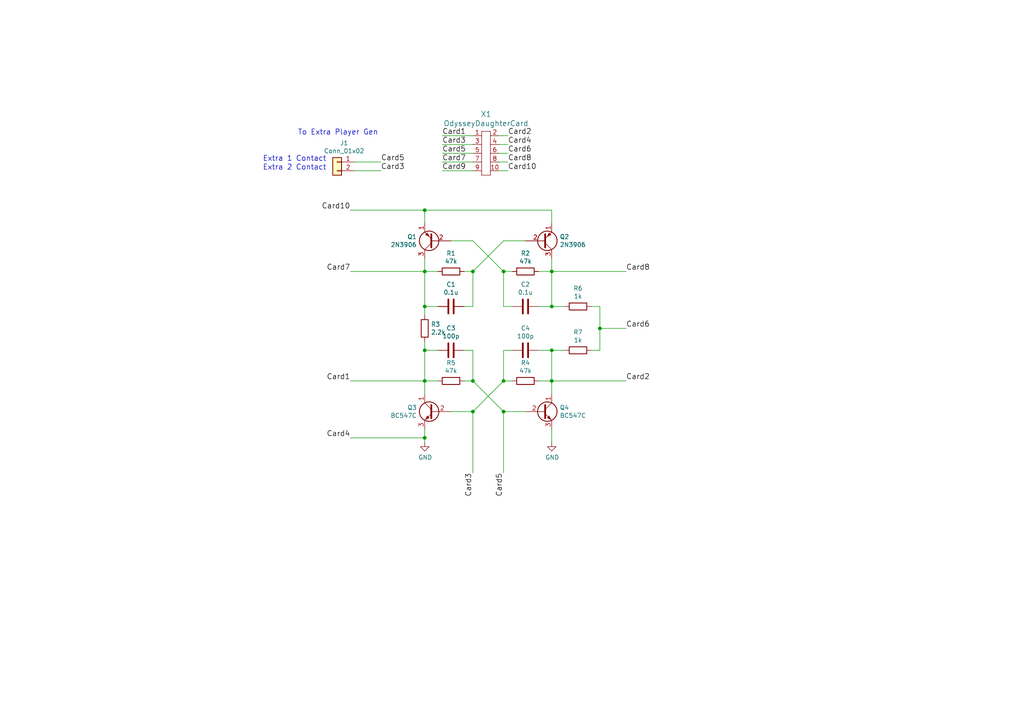
<source format=kicad_sch>
(kicad_sch (version 20211123) (generator eeschema)
  (paper "A4")
  (title_block (title "Odyssey Daughter Card Flip Flop") (date "2019-02-16") (rev "1.1") (company "University of Pittsburgh - Odyssey Restoration Project") (comment 1 "Levi Burner") (comment 2 "Derived from the scan of the original service manual made by David Winter"))
  (lib_symbols
    (symbol "Connector_Generic:Conn_01x02" (pin_names (offset 1.016) hide)
      (property "Reference" "J" (at 0 2.54 0))
      (property "Value" "Conn_01x02" (at 0 -5.08 0))
      (symbol "Conn_01x02_1_1"
        (rectangle (start -1.27 -2.413) (end 0 -2.667) (stroke (width 0.1524)))
        (rectangle (start -1.27 0.127) (end 0 -0.127) (stroke (width 0.1524)))
        (rectangle (start -1.27 1.27) (end 1.27 -3.81) (stroke (width 0.254)) (fill (type background)))
        (pin passive line (at -5.08 0 0) (length 3.81) (name "Pin_1") (number "1"))
        (pin passive line (at -5.08 -2.54 0) (length 3.81) (name "Pin_2") (number "2"))
      )
    )
    (symbol "Device:C" (pin_numbers hide) (pin_names (offset 0.254))
      (property "Reference" "C" (at 0.635 2.54 0))
      (property "Value" "C" (at 0.635 -2.54 0))
      (symbol "C_0_1"
        (polyline (pts (xy -2.032 -0.762) (xy 2.032 -0.762)) (stroke (width 0.508)))
        (polyline (pts (xy -2.032 0.762) (xy 2.032 0.762)) (stroke (width 0.508)))
      )
      (symbol "C_1_1"
        (pin passive line (at 0 3.81 270) (length 2.794) (name "~") (number "1"))
        (pin passive line (at 0 -3.81 90) (length 2.794) (name "~") (number "2"))
      )
    )
    (symbol "Device:R" (pin_numbers hide) (pin_names (offset 0))
      (property "Reference" "R" (at 2.032 0 90))
      (property "Value" "R" (at 0 0 90))
      (symbol "R_0_1"
        (rectangle (start -1.016 -2.54) (end 1.016 2.54) (stroke (width 0.254)))
      )
      (symbol "R_1_1"
        (pin passive line (at 0 3.81 270) (length 1.27) (name "~") (number "1"))
        (pin passive line (at 0 -3.81 90) (length 1.27) (name "~") (number "2"))
      )
    )
    (symbol "Odyssey_Daughter_Card:OdysseyDaughterCard" (pin_names (offset 1.016))
      (property "Reference" "X" (at 0 -7.62 0))
      (property "Value" "Odyssey_Daughter_Card_OdysseyDaughterCard" (at 0 8.89 0))
      (symbol "OdysseyDaughterCard_0_1"
        (rectangle (start -1.27 6.35) (end 1.27 -6.35))
      )
      (symbol "OdysseyDaughterCard_1_1"
        (pin bidirectional line (at -3.81 5.08 0) (length 2.54) (name "~") (number "1"))
        (pin bidirectional line (at 3.81 -5.08 180) (length 2.54) (name "~") (number "10"))
        (pin bidirectional line (at 3.81 5.08 180) (length 2.54) (name "~") (number "2"))
        (pin bidirectional line (at -3.81 2.54 0) (length 2.54) (name "~") (number "3"))
        (pin bidirectional line (at 3.81 2.54 180) (length 2.54) (name "~") (number "4"))
        (pin bidirectional line (at -3.81 0 0) (length 2.54) (name "~") (number "5"))
        (pin bidirectional line (at 3.81 0 180) (length 2.54) (name "~") (number "6"))
        (pin bidirectional line (at -3.81 -2.54 0) (length 2.54) (name "~") (number "7"))
        (pin bidirectional line (at 3.81 -2.54 180) (length 2.54) (name "~") (number "8"))
        (pin bidirectional line (at -3.81 -5.08 0) (length 2.54) (name "~") (number "9"))
      )
    )
    (symbol "Transistor_BJT:2N3906" (pin_names (offset 0) hide)
      (property "Reference" "Q" (at 5.08 1.905 0))
      (property "Value" "2N3906" (at 5.08 0 0))
      (symbol "2N3906_0_1"
        (polyline (pts (xy 0.635 0.635) (xy 2.54 2.54)))
        (polyline (pts (xy 0.635 -0.635) (xy 2.54 -2.54) (xy 2.54 -2.54)))
        (polyline (pts (xy 0.635 1.905) (xy 0.635 -1.905) (xy 0.635 -1.905)) (stroke (width 0.508)))
        (polyline (pts (xy 2.286 -1.778) (xy 1.778 -2.286) (xy 1.27 -1.27) (xy 2.286 -1.778) (xy 2.286 -1.778)) (fill (type outline)))
        (circle (center 1.27 0) (radius 2.8194) (stroke (width 0.254)))
      )
      (symbol "2N3906_1_1"
        (pin passive line (at 2.54 -5.08 90) (length 2.54) (name "E") (number "1"))
        (pin input line (at -5.08 0 0) (length 5.715) (name "B") (number "2"))
        (pin passive line (at 2.54 5.08 270) (length 2.54) (name "C") (number "3"))
      )
    )
    (symbol "Transistor_BJT:BC547" (pin_names (offset 0) hide)
      (property "Reference" "Q" (at 5.08 1.905 0))
      (property "Value" "BC547" (at 5.08 0 0))
      (symbol "BC547_0_1"
        (polyline (pts (xy 0 0) (xy 0.635 0)))
        (polyline (pts (xy 0.635 0.635) (xy 2.54 2.54)))
        (polyline (pts (xy 0.635 -0.635) (xy 2.54 -2.54) (xy 2.54 -2.54)))
        (polyline (pts (xy 0.635 1.905) (xy 0.635 -1.905) (xy 0.635 -1.905)) (stroke (width 0.508)))
        (polyline (pts (xy 1.27 -1.778) (xy 1.778 -1.27) (xy 2.286 -2.286) (xy 1.27 -1.778) (xy 1.27 -1.778)) (fill (type outline)))
        (circle (center 1.27 0) (radius 2.8194) (stroke (width 0.254)))
      )
      (symbol "BC547_1_1"
        (pin passive line (at 2.54 5.08 270) (length 2.54) (name "C") (number "1"))
        (pin input line (at -5.08 0 0) (length 5.08) (name "B") (number "2"))
        (pin passive line (at 2.54 -5.08 90) (length 2.54) (name "E") (number "3"))
      )
    )
    (symbol "power:GND" (power) (pin_names (offset 0))
      (property "Value" "GND" (at 0 -3.81 0))
      (symbol "GND_0_1"
        (polyline (pts (xy 0 0) (xy 0 -1.27) (xy 1.27 -1.27) (xy 0 -2.54) (xy -1.27 -1.27) (xy 0 -1.27)))
      )
      (symbol "GND_1_1"
        (pin power_in line (at 0 0 270) (length 0) hide (name "GND") (number "1"))
      )
    )
  )
  (junction (at 123.19 110.49))
  (junction (at 137.16 78.74))
  (junction (at 160.02 88.9))
  (junction (at 160.02 110.49))
  (junction (at 123.19 78.74))
  (junction (at 146.05 119.38))
  (junction (at 160.02 78.74))
  (junction (at 123.19 60.96))
  (junction (at 160.02 101.6))
  (junction (at 123.19 88.9))
  (junction (at 173.99 95.25))
  (junction (at 146.05 78.74))
  (junction (at 137.16 110.49))
  (junction (at 146.05 110.49))
  (junction (at 123.19 127))
  (junction (at 123.19 101.6))
  (junction (at 137.16 119.38))
  (wire (pts (xy 123.19 60.96) (xy 101.6 60.96)))
  (wire (pts (xy 160.02 74.93) (xy 160.02 78.74)))
  (wire (pts (xy 152.4 119.38) (xy 146.05 119.38)))
  (wire (pts (xy 173.99 88.9) (xy 171.45 88.9)))
  (wire (pts (xy 123.19 124.46) (xy 123.19 127)))
  (wire (pts (xy 144.78 49.53) (xy 147.32 49.53)))
  (wire (pts (xy 123.19 110.49) (xy 101.6 110.49)))
  (wire (pts (xy 137.16 69.85) (xy 146.05 78.74)))
  (wire (pts (xy 137.16 119.38) (xy 137.16 137.16)))
  (wire (pts (xy 171.45 101.6) (xy 173.99 101.6)))
  (wire (pts (xy 146.05 110.49) (xy 148.59 110.49)))
  (wire (pts (xy 127 88.9) (xy 123.19 88.9)))
  (wire (pts (xy 123.19 127) (xy 123.19 128.27)))
  (wire (pts (xy 148.59 101.6) (xy 146.05 101.6)))
  (wire (pts (xy 123.19 127) (xy 101.6 127)))
  (wire (pts (xy 137.16 119.38) (xy 146.05 110.49)))
  (wire (pts (xy 137.16 46.99) (xy 128.27 46.99)))
  (wire (pts (xy 160.02 78.74) (xy 156.21 78.74)))
  (wire (pts (xy 160.02 78.74) (xy 181.61 78.74)))
  (wire (pts (xy 123.19 74.93) (xy 123.19 78.74)))
  (wire (pts (xy 173.99 101.6) (xy 173.99 95.25)))
  (wire (pts (xy 137.16 110.49) (xy 134.62 110.49)))
  (wire (pts (xy 146.05 119.38) (xy 137.16 110.49)))
  (wire (pts (xy 102.87 49.53) (xy 110.49 49.53)))
  (wire (pts (xy 137.16 88.9) (xy 137.16 78.74)))
  (wire (pts (xy 160.02 110.49) (xy 181.61 110.49)))
  (wire (pts (xy 137.16 49.53) (xy 128.27 49.53)))
  (wire (pts (xy 160.02 88.9) (xy 163.83 88.9)))
  (wire (pts (xy 173.99 95.25) (xy 181.61 95.25)))
  (wire (pts (xy 137.16 44.45) (xy 128.27 44.45)))
  (wire (pts (xy 160.02 64.77) (xy 160.02 60.96)))
  (wire (pts (xy 148.59 88.9) (xy 146.05 88.9)))
  (wire (pts (xy 127 101.6) (xy 123.19 101.6)))
  (wire (pts (xy 160.02 110.49) (xy 156.21 110.49)))
  (wire (pts (xy 134.62 88.9) (xy 137.16 88.9)))
  (wire (pts (xy 163.83 101.6) (xy 160.02 101.6)))
  (wire (pts (xy 146.05 78.74) (xy 148.59 78.74)))
  (wire (pts (xy 134.62 101.6) (xy 137.16 101.6)))
  (wire (pts (xy 130.81 119.38) (xy 137.16 119.38)))
  (wire (pts (xy 160.02 101.6) (xy 156.21 101.6)))
  (wire (pts (xy 123.19 110.49) (xy 123.19 114.3)))
  (wire (pts (xy 144.78 44.45) (xy 147.32 44.45)))
  (wire (pts (xy 123.19 91.44) (xy 123.19 88.9)))
  (wire (pts (xy 146.05 88.9) (xy 146.05 78.74)))
  (wire (pts (xy 160.02 128.27) (xy 160.02 124.46)))
  (wire (pts (xy 123.19 78.74) (xy 127 78.74)))
  (wire (pts (xy 146.05 119.38) (xy 146.05 137.16)))
  (wire (pts (xy 144.78 39.37) (xy 147.32 39.37)))
  (wire (pts (xy 160.02 114.3) (xy 160.02 110.49)))
  (wire (pts (xy 160.02 88.9) (xy 156.21 88.9)))
  (wire (pts (xy 137.16 101.6) (xy 137.16 110.49)))
  (wire (pts (xy 160.02 60.96) (xy 123.19 60.96)))
  (wire (pts (xy 123.19 60.96) (xy 123.19 64.77)))
  (wire (pts (xy 137.16 78.74) (xy 134.62 78.74)))
  (wire (pts (xy 144.78 46.99) (xy 147.32 46.99)))
  (wire (pts (xy 152.4 69.85) (xy 146.05 69.85)))
  (wire (pts (xy 102.87 46.99) (xy 110.49 46.99)))
  (wire (pts (xy 173.99 95.25) (xy 173.99 88.9)))
  (wire (pts (xy 128.27 39.37) (xy 137.16 39.37)))
  (wire (pts (xy 123.19 101.6) (xy 123.19 110.49)))
  (wire (pts (xy 123.19 99.06) (xy 123.19 101.6)))
  (wire (pts (xy 130.81 69.85) (xy 137.16 69.85)))
  (wire (pts (xy 123.19 88.9) (xy 123.19 78.74)))
  (wire (pts (xy 146.05 69.85) (xy 137.16 78.74)))
  (wire (pts (xy 146.05 101.6) (xy 146.05 110.49)))
  (wire (pts (xy 123.19 78.74) (xy 101.6 78.74)))
  (wire (pts (xy 160.02 110.49) (xy 160.02 101.6)))
  (wire (pts (xy 137.16 41.91) (xy 128.27 41.91)))
  (wire (pts (xy 144.78 41.91) (xy 147.32 41.91)))
  (wire (pts (xy 127 110.49) (xy 123.19 110.49)))
  (wire (pts (xy 160.02 78.74) (xy 160.02 88.9)))
  (text "To Extra Player Gen" (at 86.36 39.37 0) (effects (font (size 1.524 1.524)) (justify left bottom)))
  (text "Extra 2 Contact" (at 76.2 49.53 0) (effects (font (size 1.524 1.524)) (justify left bottom)))
  (text "Extra 1 Contact" (at 76.2 46.99 0) (effects (font (size 1.524 1.524)) (justify left bottom)))
  (label "Card1" (at 101.6 110.49 180) (effects (font (size 1.524 1.524))))
  (label "Card8" (at 147.32 46.99 0) (effects (font (size 1.524 1.524))))
  (label "Card2" (at 181.61 110.49 0) (effects (font (size 1.524 1.524))))
  (label "Card5" (at 110.49 46.99 0) (effects (font (size 1.524 1.524))))
  (label "Card3" (at 128.27 41.91 0) (effects (font (size 1.524 1.524))))
  (label "Card4" (at 147.32 41.91 0) (effects (font (size 1.524 1.524))))
  (label "Card5" (at 146.05 137.16 270) (effects (font (size 1.524 1.524))))
  (label "Card10" (at 147.32 49.53 0) (effects (font (size 1.524 1.524))))
  (label "Card9" (at 128.27 49.53 0) (effects (font (size 1.524 1.524))))
  (label "Card8" (at 181.61 78.74 0) (effects (font (size 1.524 1.524))))
  (label "Card2" (at 147.32 39.37 0) (effects (font (size 1.524 1.524))))
  (label "Card5" (at 128.27 44.45 0) (effects (font (size 1.524 1.524))))
  (label "Card1" (at 128.27 39.37 0) (effects (font (size 1.524 1.524))))
  (label "Card7" (at 101.6 78.74 180) (effects (font (size 1.524 1.524))))
  (label "Card3" (at 137.16 137.16 270) (effects (font (size 1.524 1.524))))
  (label "Card4" (at 101.6 127 180) (effects (font (size 1.524 1.524))))
  (label "Card7" (at 128.27 46.99 0) (effects (font (size 1.524 1.524))))
  (label "Card6" (at 147.32 44.45 0) (effects (font (size 1.524 1.524))))
  (label "Card3" (at 110.49 49.53 0) (effects (font (size 1.524 1.524))))
  (label "Card6" (at 181.61 95.25 0) (effects (font (size 1.524 1.524))))
  (label "Card10" (at 101.6 60.96 180) (effects (font (size 1.524 1.524))))
  (symbol (lib_id "Odyssey_Daughter_Card:OdysseyDaughterCard") (at 140.97 44.45 0) (unit 1)
    (property "Reference" "X1" (at 140.97 33.0962 0) (effects (font (size 1.524 1.524))))
    (property "Value" "OdysseyDaughterCard" (at 140.97 35.7886 0) (effects (font (size 1.524 1.524))))
    (property "Footprint" "Odyssey_Daughter_Card:Odyssey_Daughter_Card" (effects hide))
  )
  (symbol (lib_id "Transistor_BJT:2N3906") (at 125.73 69.85 180) (unit 1)
    (property "Reference" "Q1" (at 120.8786 68.6816 0) (effects (justify left)))
    (property "Value" "2N3906" (at 120.8786 70.993 0) (effects (justify left)))
    (property "Footprint" "Package_TO_SOT_THT:TO-92_Inline" (effects hide))
    (property "Datasheet" "https://www.fairchildsemi.com/datasheets/2N/2N3906.pdf" (effects hide))
  )
  (symbol (lib_id "Transistor_BJT:2N3906") (at 157.48 69.85 0) (mirror x) (unit 1)
    (property "Reference" "Q2" (at 162.3314 68.6816 0) (effects (justify left)))
    (property "Value" "2N3906" (at 162.3314 70.993 0) (effects (justify left)))
    (property "Footprint" "Package_TO_SOT_THT:TO-92_Inline" (effects hide))
    (property "Datasheet" "https://www.fairchildsemi.com/datasheets/2N/2N3906.pdf" (effects hide))
  )
  (symbol (lib_id "Transistor_BJT:BC547") (at 125.73 119.38 0) (mirror y) (unit 1)
    (property "Reference" "Q3" (at 120.904 118.2116 0) (effects (justify left)))
    (property "Value" "BC547C" (at 120.904 120.523 0) (effects (justify left)))
    (property "Footprint" "Package_TO_SOT_THT:TO-92_Inline" (effects hide))
    (property "Datasheet" "http://www.fairchildsemi.com/ds/BC/BC547.pdf" (effects hide))
  )
  (symbol (lib_id "Transistor_BJT:BC547") (at 157.48 119.38 0) (unit 1)
    (property "Reference" "Q4" (at 162.3314 118.2116 0) (effects (justify left)))
    (property "Value" "BC547C" (at 162.3314 120.523 0) (effects (justify left)))
    (property "Footprint" "Package_TO_SOT_THT:TO-92_Inline" (effects hide))
    (property "Datasheet" "http://www.fairchildsemi.com/ds/BC/BC547.pdf" (effects hide))
  )
  (symbol (lib_id "Device:R") (at 130.81 78.74 270) (unit 1)
    (property "Reference" "R1" (at 130.81 73.4822 90))
    (property "Value" "47k" (at 130.81 75.7936 90))
    (property "Footprint" "Resistor_THT:R_Axial_DIN0207_L6.3mm_D2.5mm_P7.62mm_Horizontal" (effects hide))
  )
  (symbol (lib_id "Device:R") (at 152.4 78.74 270) (unit 1)
    (property "Reference" "R2" (at 152.4 73.4822 90))
    (property "Value" "47k" (at 152.4 75.7936 90))
    (property "Footprint" "Resistor_THT:R_Axial_DIN0207_L6.3mm_D2.5mm_P7.62mm_Horizontal" (effects hide))
  )
  (symbol (lib_id "Device:R") (at 167.64 88.9 270) (unit 1)
    (property "Reference" "R6" (at 167.64 83.6422 90))
    (property "Value" "1k" (at 167.64 85.9536 90))
    (property "Footprint" "Resistor_THT:R_Axial_DIN0207_L6.3mm_D2.5mm_P7.62mm_Horizontal" (effects hide))
  )
  (symbol (lib_id "Device:R") (at 123.19 95.25 180) (unit 1)
    (property "Reference" "R3" (at 124.968 94.0816 0) (effects (justify right)))
    (property "Value" "2.2k" (at 124.968 96.393 0) (effects (justify right)))
    (property "Footprint" "Resistor_THT:R_Axial_DIN0207_L6.3mm_D2.5mm_P7.62mm_Horizontal" (effects hide))
  )
  (symbol (lib_id "Device:R") (at 130.81 110.49 90) (unit 1)
    (property "Reference" "R5" (at 130.81 105.2322 90))
    (property "Value" "47k" (at 130.81 107.5436 90))
    (property "Footprint" "Resistor_THT:R_Axial_DIN0207_L6.3mm_D2.5mm_P7.62mm_Horizontal" (effects hide))
  )
  (symbol (lib_id "Device:R") (at 152.4 110.49 270) (unit 1)
    (property "Reference" "R4" (at 152.4 105.2322 90))
    (property "Value" "47k" (at 152.4 107.5436 90))
    (property "Footprint" "Resistor_THT:R_Axial_DIN0207_L6.3mm_D2.5mm_P7.62mm_Horizontal" (effects hide))
  )
  (symbol (lib_id "Device:R") (at 167.64 101.6 270) (unit 1)
    (property "Reference" "R7" (at 167.64 96.3422 90))
    (property "Value" "1k" (at 167.64 98.6536 90))
    (property "Footprint" "Resistor_THT:R_Axial_DIN0207_L6.3mm_D2.5mm_P7.62mm_Horizontal" (effects hide))
  )
  (symbol (lib_id "Device:C") (at 152.4 101.6 270) (unit 1)
    (property "Reference" "C4" (at 152.4 95.1992 90))
    (property "Value" "100p" (at 152.4 97.5106 90))
    (property "Footprint" "Capacitor_THT:C_Disc_D5.1mm_W3.2mm_P5.00mm" (effects hide))
  )
  (symbol (lib_id "Device:C") (at 152.4 88.9 270) (unit 1)
    (property "Reference" "C2" (at 152.4 82.4992 90))
    (property "Value" "0.1u" (at 152.4 84.8106 90))
    (property "Footprint" "Capacitor_THT:C_Disc_D5.1mm_W3.2mm_P5.00mm" (effects hide))
  )
  (symbol (lib_id "Device:C") (at 130.81 101.6 270) (unit 1)
    (property "Reference" "C3" (at 130.81 95.1992 90))
    (property "Value" "100p" (at 130.81 97.5106 90))
    (property "Footprint" "Capacitor_THT:C_Disc_D5.1mm_W3.2mm_P5.00mm" (effects hide))
  )
  (symbol (lib_id "Device:C") (at 130.81 88.9 270) (unit 1)
    (property "Reference" "C1" (at 130.81 82.4992 90))
    (property "Value" "0.1u" (at 130.81 84.8106 90))
    (property "Footprint" "Capacitor_THT:C_Disc_D5.1mm_W3.2mm_P5.00mm" (effects hide))
  )
  (symbol (lib_id "power:GND") (at 160.02 128.27 0) (unit 1)
    (property "Reference" "#PWR01" (effects hide))
    (property "Value" "GND" (at 160.147 132.6642 0))
  )
  (symbol (lib_id "power:GND") (at 123.19 128.27 0) (unit 1)
    (property "Reference" "#PWR02" (effects hide))
    (property "Value" "GND" (at 123.317 132.6642 0))
  )
  (symbol (lib_id "Connector_Generic:Conn_01x02") (at 97.79 46.99 0) (mirror y) (unit 1)
    (property "Reference" "J1" (at 99.822 41.4782 0))
    (property "Value" "Conn_01x02" (at 99.822 43.7896 0))
    (property "Footprint" "Connector_PinHeader_2.54mm:PinHeader_1x02_P2.54mm_Vertical" (effects hide))
  )
)
</source>
